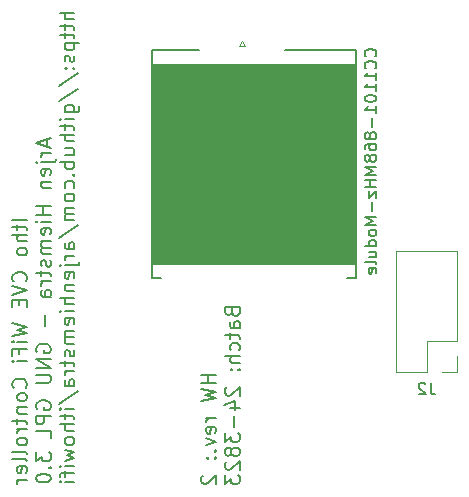
<source format=gbo>
G04 #@! TF.GenerationSoftware,KiCad,Pcbnew,7.0.7*
G04 #@! TF.CreationDate,2023-09-22T23:03:23+02:00*
G04 #@! TF.ProjectId,ithowifi_4l,6974686f-7769-4666-995f-346c2e6b6963,rev?*
G04 #@! TF.SameCoordinates,Original*
G04 #@! TF.FileFunction,Legend,Bot*
G04 #@! TF.FilePolarity,Positive*
%FSLAX46Y46*%
G04 Gerber Fmt 4.6, Leading zero omitted, Abs format (unit mm)*
G04 Created by KiCad (PCBNEW 7.0.7) date 2023-09-22 23:03:23*
%MOMM*%
%LPD*%
G01*
G04 APERTURE LIST*
%ADD10C,0.100000*%
%ADD11C,0.200000*%
%ADD12C,0.150000*%
%ADD13C,0.120000*%
G04 APERTURE END LIST*
D10*
X114808000Y-129997200D02*
X97561400Y-129997200D01*
X97536000Y-113030000D01*
X114808000Y-113030000D01*
X114808000Y-129997200D01*
G36*
X114808000Y-129997200D02*
G01*
X97561400Y-129997200D01*
X97536000Y-113030000D01*
X114808000Y-113030000D01*
X114808000Y-129997200D01*
G37*
D11*
X86951963Y-126225092D02*
X85705963Y-126225092D01*
X86121296Y-126640425D02*
X86121296Y-127115092D01*
X85705963Y-126818425D02*
X86773963Y-126818425D01*
X86773963Y-126818425D02*
X86892630Y-126877759D01*
X86892630Y-126877759D02*
X86951963Y-126996425D01*
X86951963Y-126996425D02*
X86951963Y-127115092D01*
X86951963Y-127530425D02*
X85705963Y-127530425D01*
X86951963Y-128064425D02*
X86299296Y-128064425D01*
X86299296Y-128064425D02*
X86180630Y-128005092D01*
X86180630Y-128005092D02*
X86121296Y-127886425D01*
X86121296Y-127886425D02*
X86121296Y-127708425D01*
X86121296Y-127708425D02*
X86180630Y-127589759D01*
X86180630Y-127589759D02*
X86239963Y-127530425D01*
X86951963Y-128835758D02*
X86892630Y-128717092D01*
X86892630Y-128717092D02*
X86833296Y-128657758D01*
X86833296Y-128657758D02*
X86714630Y-128598425D01*
X86714630Y-128598425D02*
X86358630Y-128598425D01*
X86358630Y-128598425D02*
X86239963Y-128657758D01*
X86239963Y-128657758D02*
X86180630Y-128717092D01*
X86180630Y-128717092D02*
X86121296Y-128835758D01*
X86121296Y-128835758D02*
X86121296Y-129013758D01*
X86121296Y-129013758D02*
X86180630Y-129132425D01*
X86180630Y-129132425D02*
X86239963Y-129191758D01*
X86239963Y-129191758D02*
X86358630Y-129251092D01*
X86358630Y-129251092D02*
X86714630Y-129251092D01*
X86714630Y-129251092D02*
X86833296Y-129191758D01*
X86833296Y-129191758D02*
X86892630Y-129132425D01*
X86892630Y-129132425D02*
X86951963Y-129013758D01*
X86951963Y-129013758D02*
X86951963Y-128835758D01*
X86833296Y-131446424D02*
X86892630Y-131387091D01*
X86892630Y-131387091D02*
X86951963Y-131209091D01*
X86951963Y-131209091D02*
X86951963Y-131090424D01*
X86951963Y-131090424D02*
X86892630Y-130912424D01*
X86892630Y-130912424D02*
X86773963Y-130793758D01*
X86773963Y-130793758D02*
X86655296Y-130734424D01*
X86655296Y-130734424D02*
X86417963Y-130675091D01*
X86417963Y-130675091D02*
X86239963Y-130675091D01*
X86239963Y-130675091D02*
X86002630Y-130734424D01*
X86002630Y-130734424D02*
X85883963Y-130793758D01*
X85883963Y-130793758D02*
X85765296Y-130912424D01*
X85765296Y-130912424D02*
X85705963Y-131090424D01*
X85705963Y-131090424D02*
X85705963Y-131209091D01*
X85705963Y-131209091D02*
X85765296Y-131387091D01*
X85765296Y-131387091D02*
X85824630Y-131446424D01*
X85705963Y-131802424D02*
X86951963Y-132217758D01*
X86951963Y-132217758D02*
X85705963Y-132633091D01*
X86299296Y-133048424D02*
X86299296Y-133463758D01*
X86951963Y-133641758D02*
X86951963Y-133048424D01*
X86951963Y-133048424D02*
X85705963Y-133048424D01*
X85705963Y-133048424D02*
X85705963Y-133641758D01*
X85705963Y-135006424D02*
X86951963Y-135303090D01*
X86951963Y-135303090D02*
X86061963Y-135540424D01*
X86061963Y-135540424D02*
X86951963Y-135777757D01*
X86951963Y-135777757D02*
X85705963Y-136074424D01*
X86951963Y-136549090D02*
X86121296Y-136549090D01*
X85705963Y-136549090D02*
X85765296Y-136489757D01*
X85765296Y-136489757D02*
X85824630Y-136549090D01*
X85824630Y-136549090D02*
X85765296Y-136608424D01*
X85765296Y-136608424D02*
X85705963Y-136549090D01*
X85705963Y-136549090D02*
X85824630Y-136549090D01*
X86299296Y-137557757D02*
X86299296Y-137142423D01*
X86951963Y-137142423D02*
X85705963Y-137142423D01*
X85705963Y-137142423D02*
X85705963Y-137735757D01*
X86951963Y-138210423D02*
X86121296Y-138210423D01*
X85705963Y-138210423D02*
X85765296Y-138151090D01*
X85765296Y-138151090D02*
X85824630Y-138210423D01*
X85824630Y-138210423D02*
X85765296Y-138269757D01*
X85765296Y-138269757D02*
X85705963Y-138210423D01*
X85705963Y-138210423D02*
X85824630Y-138210423D01*
X86833296Y-140465089D02*
X86892630Y-140405756D01*
X86892630Y-140405756D02*
X86951963Y-140227756D01*
X86951963Y-140227756D02*
X86951963Y-140109089D01*
X86951963Y-140109089D02*
X86892630Y-139931089D01*
X86892630Y-139931089D02*
X86773963Y-139812423D01*
X86773963Y-139812423D02*
X86655296Y-139753089D01*
X86655296Y-139753089D02*
X86417963Y-139693756D01*
X86417963Y-139693756D02*
X86239963Y-139693756D01*
X86239963Y-139693756D02*
X86002630Y-139753089D01*
X86002630Y-139753089D02*
X85883963Y-139812423D01*
X85883963Y-139812423D02*
X85765296Y-139931089D01*
X85765296Y-139931089D02*
X85705963Y-140109089D01*
X85705963Y-140109089D02*
X85705963Y-140227756D01*
X85705963Y-140227756D02*
X85765296Y-140405756D01*
X85765296Y-140405756D02*
X85824630Y-140465089D01*
X86951963Y-141177089D02*
X86892630Y-141058423D01*
X86892630Y-141058423D02*
X86833296Y-140999089D01*
X86833296Y-140999089D02*
X86714630Y-140939756D01*
X86714630Y-140939756D02*
X86358630Y-140939756D01*
X86358630Y-140939756D02*
X86239963Y-140999089D01*
X86239963Y-140999089D02*
X86180630Y-141058423D01*
X86180630Y-141058423D02*
X86121296Y-141177089D01*
X86121296Y-141177089D02*
X86121296Y-141355089D01*
X86121296Y-141355089D02*
X86180630Y-141473756D01*
X86180630Y-141473756D02*
X86239963Y-141533089D01*
X86239963Y-141533089D02*
X86358630Y-141592423D01*
X86358630Y-141592423D02*
X86714630Y-141592423D01*
X86714630Y-141592423D02*
X86833296Y-141533089D01*
X86833296Y-141533089D02*
X86892630Y-141473756D01*
X86892630Y-141473756D02*
X86951963Y-141355089D01*
X86951963Y-141355089D02*
X86951963Y-141177089D01*
X86121296Y-142126422D02*
X86951963Y-142126422D01*
X86239963Y-142126422D02*
X86180630Y-142185756D01*
X86180630Y-142185756D02*
X86121296Y-142304422D01*
X86121296Y-142304422D02*
X86121296Y-142482422D01*
X86121296Y-142482422D02*
X86180630Y-142601089D01*
X86180630Y-142601089D02*
X86299296Y-142660422D01*
X86299296Y-142660422D02*
X86951963Y-142660422D01*
X86121296Y-143075755D02*
X86121296Y-143550422D01*
X85705963Y-143253755D02*
X86773963Y-143253755D01*
X86773963Y-143253755D02*
X86892630Y-143313089D01*
X86892630Y-143313089D02*
X86951963Y-143431755D01*
X86951963Y-143431755D02*
X86951963Y-143550422D01*
X86951963Y-143965755D02*
X86121296Y-143965755D01*
X86358630Y-143965755D02*
X86239963Y-144025089D01*
X86239963Y-144025089D02*
X86180630Y-144084422D01*
X86180630Y-144084422D02*
X86121296Y-144203089D01*
X86121296Y-144203089D02*
X86121296Y-144321755D01*
X86951963Y-144915088D02*
X86892630Y-144796422D01*
X86892630Y-144796422D02*
X86833296Y-144737088D01*
X86833296Y-144737088D02*
X86714630Y-144677755D01*
X86714630Y-144677755D02*
X86358630Y-144677755D01*
X86358630Y-144677755D02*
X86239963Y-144737088D01*
X86239963Y-144737088D02*
X86180630Y-144796422D01*
X86180630Y-144796422D02*
X86121296Y-144915088D01*
X86121296Y-144915088D02*
X86121296Y-145093088D01*
X86121296Y-145093088D02*
X86180630Y-145211755D01*
X86180630Y-145211755D02*
X86239963Y-145271088D01*
X86239963Y-145271088D02*
X86358630Y-145330422D01*
X86358630Y-145330422D02*
X86714630Y-145330422D01*
X86714630Y-145330422D02*
X86833296Y-145271088D01*
X86833296Y-145271088D02*
X86892630Y-145211755D01*
X86892630Y-145211755D02*
X86951963Y-145093088D01*
X86951963Y-145093088D02*
X86951963Y-144915088D01*
X86951963Y-146042421D02*
X86892630Y-145923755D01*
X86892630Y-145923755D02*
X86773963Y-145864421D01*
X86773963Y-145864421D02*
X85705963Y-145864421D01*
X86951963Y-146695088D02*
X86892630Y-146576422D01*
X86892630Y-146576422D02*
X86773963Y-146517088D01*
X86773963Y-146517088D02*
X85705963Y-146517088D01*
X86892630Y-147644422D02*
X86951963Y-147525755D01*
X86951963Y-147525755D02*
X86951963Y-147288422D01*
X86951963Y-147288422D02*
X86892630Y-147169755D01*
X86892630Y-147169755D02*
X86773963Y-147110422D01*
X86773963Y-147110422D02*
X86299296Y-147110422D01*
X86299296Y-147110422D02*
X86180630Y-147169755D01*
X86180630Y-147169755D02*
X86121296Y-147288422D01*
X86121296Y-147288422D02*
X86121296Y-147525755D01*
X86121296Y-147525755D02*
X86180630Y-147644422D01*
X86180630Y-147644422D02*
X86299296Y-147703755D01*
X86299296Y-147703755D02*
X86417963Y-147703755D01*
X86417963Y-147703755D02*
X86536630Y-147110422D01*
X86951963Y-148237755D02*
X86121296Y-148237755D01*
X86358630Y-148237755D02*
X86239963Y-148297089D01*
X86239963Y-148297089D02*
X86180630Y-148356422D01*
X86180630Y-148356422D02*
X86121296Y-148475089D01*
X86121296Y-148475089D02*
X86121296Y-148593755D01*
X88602023Y-119461092D02*
X88602023Y-120054425D01*
X88958023Y-119342425D02*
X87712023Y-119757759D01*
X87712023Y-119757759D02*
X88958023Y-120173092D01*
X88958023Y-120588425D02*
X88127356Y-120588425D01*
X88364690Y-120588425D02*
X88246023Y-120647759D01*
X88246023Y-120647759D02*
X88186690Y-120707092D01*
X88186690Y-120707092D02*
X88127356Y-120825759D01*
X88127356Y-120825759D02*
X88127356Y-120944425D01*
X88127356Y-121359758D02*
X89195356Y-121359758D01*
X89195356Y-121359758D02*
X89314023Y-121300425D01*
X89314023Y-121300425D02*
X89373356Y-121181758D01*
X89373356Y-121181758D02*
X89373356Y-121122425D01*
X87712023Y-121359758D02*
X87771356Y-121300425D01*
X87771356Y-121300425D02*
X87830690Y-121359758D01*
X87830690Y-121359758D02*
X87771356Y-121419092D01*
X87771356Y-121419092D02*
X87712023Y-121359758D01*
X87712023Y-121359758D02*
X87830690Y-121359758D01*
X88898690Y-122427758D02*
X88958023Y-122309091D01*
X88958023Y-122309091D02*
X88958023Y-122071758D01*
X88958023Y-122071758D02*
X88898690Y-121953091D01*
X88898690Y-121953091D02*
X88780023Y-121893758D01*
X88780023Y-121893758D02*
X88305356Y-121893758D01*
X88305356Y-121893758D02*
X88186690Y-121953091D01*
X88186690Y-121953091D02*
X88127356Y-122071758D01*
X88127356Y-122071758D02*
X88127356Y-122309091D01*
X88127356Y-122309091D02*
X88186690Y-122427758D01*
X88186690Y-122427758D02*
X88305356Y-122487091D01*
X88305356Y-122487091D02*
X88424023Y-122487091D01*
X88424023Y-122487091D02*
X88542690Y-121893758D01*
X88127356Y-123021091D02*
X88958023Y-123021091D01*
X88246023Y-123021091D02*
X88186690Y-123080425D01*
X88186690Y-123080425D02*
X88127356Y-123199091D01*
X88127356Y-123199091D02*
X88127356Y-123377091D01*
X88127356Y-123377091D02*
X88186690Y-123495758D01*
X88186690Y-123495758D02*
X88305356Y-123555091D01*
X88305356Y-123555091D02*
X88958023Y-123555091D01*
X88958023Y-125097757D02*
X87712023Y-125097757D01*
X88305356Y-125097757D02*
X88305356Y-125809757D01*
X88958023Y-125809757D02*
X87712023Y-125809757D01*
X88958023Y-126403090D02*
X88127356Y-126403090D01*
X87712023Y-126403090D02*
X87771356Y-126343757D01*
X87771356Y-126343757D02*
X87830690Y-126403090D01*
X87830690Y-126403090D02*
X87771356Y-126462424D01*
X87771356Y-126462424D02*
X87712023Y-126403090D01*
X87712023Y-126403090D02*
X87830690Y-126403090D01*
X88898690Y-127471090D02*
X88958023Y-127352423D01*
X88958023Y-127352423D02*
X88958023Y-127115090D01*
X88958023Y-127115090D02*
X88898690Y-126996423D01*
X88898690Y-126996423D02*
X88780023Y-126937090D01*
X88780023Y-126937090D02*
X88305356Y-126937090D01*
X88305356Y-126937090D02*
X88186690Y-126996423D01*
X88186690Y-126996423D02*
X88127356Y-127115090D01*
X88127356Y-127115090D02*
X88127356Y-127352423D01*
X88127356Y-127352423D02*
X88186690Y-127471090D01*
X88186690Y-127471090D02*
X88305356Y-127530423D01*
X88305356Y-127530423D02*
X88424023Y-127530423D01*
X88424023Y-127530423D02*
X88542690Y-126937090D01*
X88958023Y-128064423D02*
X88127356Y-128064423D01*
X88246023Y-128064423D02*
X88186690Y-128123757D01*
X88186690Y-128123757D02*
X88127356Y-128242423D01*
X88127356Y-128242423D02*
X88127356Y-128420423D01*
X88127356Y-128420423D02*
X88186690Y-128539090D01*
X88186690Y-128539090D02*
X88305356Y-128598423D01*
X88305356Y-128598423D02*
X88958023Y-128598423D01*
X88305356Y-128598423D02*
X88186690Y-128657757D01*
X88186690Y-128657757D02*
X88127356Y-128776423D01*
X88127356Y-128776423D02*
X88127356Y-128954423D01*
X88127356Y-128954423D02*
X88186690Y-129073090D01*
X88186690Y-129073090D02*
X88305356Y-129132423D01*
X88305356Y-129132423D02*
X88958023Y-129132423D01*
X88898690Y-129666423D02*
X88958023Y-129785090D01*
X88958023Y-129785090D02*
X88958023Y-130022423D01*
X88958023Y-130022423D02*
X88898690Y-130141090D01*
X88898690Y-130141090D02*
X88780023Y-130200423D01*
X88780023Y-130200423D02*
X88720690Y-130200423D01*
X88720690Y-130200423D02*
X88602023Y-130141090D01*
X88602023Y-130141090D02*
X88542690Y-130022423D01*
X88542690Y-130022423D02*
X88542690Y-129844423D01*
X88542690Y-129844423D02*
X88483356Y-129725756D01*
X88483356Y-129725756D02*
X88364690Y-129666423D01*
X88364690Y-129666423D02*
X88305356Y-129666423D01*
X88305356Y-129666423D02*
X88186690Y-129725756D01*
X88186690Y-129725756D02*
X88127356Y-129844423D01*
X88127356Y-129844423D02*
X88127356Y-130022423D01*
X88127356Y-130022423D02*
X88186690Y-130141090D01*
X88127356Y-130556423D02*
X88127356Y-131031090D01*
X87712023Y-130734423D02*
X88780023Y-130734423D01*
X88780023Y-130734423D02*
X88898690Y-130793757D01*
X88898690Y-130793757D02*
X88958023Y-130912423D01*
X88958023Y-130912423D02*
X88958023Y-131031090D01*
X88958023Y-131446423D02*
X88127356Y-131446423D01*
X88364690Y-131446423D02*
X88246023Y-131505757D01*
X88246023Y-131505757D02*
X88186690Y-131565090D01*
X88186690Y-131565090D02*
X88127356Y-131683757D01*
X88127356Y-131683757D02*
X88127356Y-131802423D01*
X88958023Y-132751756D02*
X88305356Y-132751756D01*
X88305356Y-132751756D02*
X88186690Y-132692423D01*
X88186690Y-132692423D02*
X88127356Y-132573756D01*
X88127356Y-132573756D02*
X88127356Y-132336423D01*
X88127356Y-132336423D02*
X88186690Y-132217756D01*
X88898690Y-132751756D02*
X88958023Y-132633090D01*
X88958023Y-132633090D02*
X88958023Y-132336423D01*
X88958023Y-132336423D02*
X88898690Y-132217756D01*
X88898690Y-132217756D02*
X88780023Y-132158423D01*
X88780023Y-132158423D02*
X88661356Y-132158423D01*
X88661356Y-132158423D02*
X88542690Y-132217756D01*
X88542690Y-132217756D02*
X88483356Y-132336423D01*
X88483356Y-132336423D02*
X88483356Y-132633090D01*
X88483356Y-132633090D02*
X88424023Y-132751756D01*
X88483356Y-134294422D02*
X88483356Y-135243756D01*
X87771356Y-137439089D02*
X87712023Y-137320422D01*
X87712023Y-137320422D02*
X87712023Y-137142422D01*
X87712023Y-137142422D02*
X87771356Y-136964422D01*
X87771356Y-136964422D02*
X87890023Y-136845756D01*
X87890023Y-136845756D02*
X88008690Y-136786422D01*
X88008690Y-136786422D02*
X88246023Y-136727089D01*
X88246023Y-136727089D02*
X88424023Y-136727089D01*
X88424023Y-136727089D02*
X88661356Y-136786422D01*
X88661356Y-136786422D02*
X88780023Y-136845756D01*
X88780023Y-136845756D02*
X88898690Y-136964422D01*
X88898690Y-136964422D02*
X88958023Y-137142422D01*
X88958023Y-137142422D02*
X88958023Y-137261089D01*
X88958023Y-137261089D02*
X88898690Y-137439089D01*
X88898690Y-137439089D02*
X88839356Y-137498422D01*
X88839356Y-137498422D02*
X88424023Y-137498422D01*
X88424023Y-137498422D02*
X88424023Y-137261089D01*
X88958023Y-138032422D02*
X87712023Y-138032422D01*
X87712023Y-138032422D02*
X88958023Y-138744422D01*
X88958023Y-138744422D02*
X87712023Y-138744422D01*
X87712023Y-139337755D02*
X88720690Y-139337755D01*
X88720690Y-139337755D02*
X88839356Y-139397089D01*
X88839356Y-139397089D02*
X88898690Y-139456422D01*
X88898690Y-139456422D02*
X88958023Y-139575089D01*
X88958023Y-139575089D02*
X88958023Y-139812422D01*
X88958023Y-139812422D02*
X88898690Y-139931089D01*
X88898690Y-139931089D02*
X88839356Y-139990422D01*
X88839356Y-139990422D02*
X88720690Y-140049755D01*
X88720690Y-140049755D02*
X87712023Y-140049755D01*
X87771356Y-142245088D02*
X87712023Y-142126421D01*
X87712023Y-142126421D02*
X87712023Y-141948421D01*
X87712023Y-141948421D02*
X87771356Y-141770421D01*
X87771356Y-141770421D02*
X87890023Y-141651755D01*
X87890023Y-141651755D02*
X88008690Y-141592421D01*
X88008690Y-141592421D02*
X88246023Y-141533088D01*
X88246023Y-141533088D02*
X88424023Y-141533088D01*
X88424023Y-141533088D02*
X88661356Y-141592421D01*
X88661356Y-141592421D02*
X88780023Y-141651755D01*
X88780023Y-141651755D02*
X88898690Y-141770421D01*
X88898690Y-141770421D02*
X88958023Y-141948421D01*
X88958023Y-141948421D02*
X88958023Y-142067088D01*
X88958023Y-142067088D02*
X88898690Y-142245088D01*
X88898690Y-142245088D02*
X88839356Y-142304421D01*
X88839356Y-142304421D02*
X88424023Y-142304421D01*
X88424023Y-142304421D02*
X88424023Y-142067088D01*
X88958023Y-142838421D02*
X87712023Y-142838421D01*
X87712023Y-142838421D02*
X87712023Y-143313088D01*
X87712023Y-143313088D02*
X87771356Y-143431755D01*
X87771356Y-143431755D02*
X87830690Y-143491088D01*
X87830690Y-143491088D02*
X87949356Y-143550421D01*
X87949356Y-143550421D02*
X88127356Y-143550421D01*
X88127356Y-143550421D02*
X88246023Y-143491088D01*
X88246023Y-143491088D02*
X88305356Y-143431755D01*
X88305356Y-143431755D02*
X88364690Y-143313088D01*
X88364690Y-143313088D02*
X88364690Y-142838421D01*
X88958023Y-144677755D02*
X88958023Y-144084421D01*
X88958023Y-144084421D02*
X87712023Y-144084421D01*
X87712023Y-145923755D02*
X87712023Y-146695088D01*
X87712023Y-146695088D02*
X88186690Y-146279755D01*
X88186690Y-146279755D02*
X88186690Y-146457755D01*
X88186690Y-146457755D02*
X88246023Y-146576421D01*
X88246023Y-146576421D02*
X88305356Y-146635755D01*
X88305356Y-146635755D02*
X88424023Y-146695088D01*
X88424023Y-146695088D02*
X88720690Y-146695088D01*
X88720690Y-146695088D02*
X88839356Y-146635755D01*
X88839356Y-146635755D02*
X88898690Y-146576421D01*
X88898690Y-146576421D02*
X88958023Y-146457755D01*
X88958023Y-146457755D02*
X88958023Y-146101755D01*
X88958023Y-146101755D02*
X88898690Y-145983088D01*
X88898690Y-145983088D02*
X88839356Y-145923755D01*
X88839356Y-147229088D02*
X88898690Y-147288422D01*
X88898690Y-147288422D02*
X88958023Y-147229088D01*
X88958023Y-147229088D02*
X88898690Y-147169755D01*
X88898690Y-147169755D02*
X88839356Y-147229088D01*
X88839356Y-147229088D02*
X88958023Y-147229088D01*
X87712023Y-148059755D02*
X87712023Y-148178421D01*
X87712023Y-148178421D02*
X87771356Y-148297088D01*
X87771356Y-148297088D02*
X87830690Y-148356421D01*
X87830690Y-148356421D02*
X87949356Y-148415755D01*
X87949356Y-148415755D02*
X88186690Y-148475088D01*
X88186690Y-148475088D02*
X88483356Y-148475088D01*
X88483356Y-148475088D02*
X88720690Y-148415755D01*
X88720690Y-148415755D02*
X88839356Y-148356421D01*
X88839356Y-148356421D02*
X88898690Y-148297088D01*
X88898690Y-148297088D02*
X88958023Y-148178421D01*
X88958023Y-148178421D02*
X88958023Y-148059755D01*
X88958023Y-148059755D02*
X88898690Y-147941088D01*
X88898690Y-147941088D02*
X88839356Y-147881755D01*
X88839356Y-147881755D02*
X88720690Y-147822421D01*
X88720690Y-147822421D02*
X88483356Y-147763088D01*
X88483356Y-147763088D02*
X88186690Y-147763088D01*
X88186690Y-147763088D02*
X87949356Y-147822421D01*
X87949356Y-147822421D02*
X87830690Y-147881755D01*
X87830690Y-147881755D02*
X87771356Y-147941088D01*
X87771356Y-147941088D02*
X87712023Y-148059755D01*
X90964083Y-108721764D02*
X89718083Y-108721764D01*
X90964083Y-109255764D02*
X90311416Y-109255764D01*
X90311416Y-109255764D02*
X90192750Y-109196431D01*
X90192750Y-109196431D02*
X90133416Y-109077764D01*
X90133416Y-109077764D02*
X90133416Y-108899764D01*
X90133416Y-108899764D02*
X90192750Y-108781098D01*
X90192750Y-108781098D02*
X90252083Y-108721764D01*
X90133416Y-109671097D02*
X90133416Y-110145764D01*
X89718083Y-109849097D02*
X90786083Y-109849097D01*
X90786083Y-109849097D02*
X90904750Y-109908431D01*
X90904750Y-109908431D02*
X90964083Y-110027097D01*
X90964083Y-110027097D02*
X90964083Y-110145764D01*
X90133416Y-110383097D02*
X90133416Y-110857764D01*
X89718083Y-110561097D02*
X90786083Y-110561097D01*
X90786083Y-110561097D02*
X90904750Y-110620431D01*
X90904750Y-110620431D02*
X90964083Y-110739097D01*
X90964083Y-110739097D02*
X90964083Y-110857764D01*
X90133416Y-111273097D02*
X91379416Y-111273097D01*
X90192750Y-111273097D02*
X90133416Y-111391764D01*
X90133416Y-111391764D02*
X90133416Y-111629097D01*
X90133416Y-111629097D02*
X90192750Y-111747764D01*
X90192750Y-111747764D02*
X90252083Y-111807097D01*
X90252083Y-111807097D02*
X90370750Y-111866431D01*
X90370750Y-111866431D02*
X90726750Y-111866431D01*
X90726750Y-111866431D02*
X90845416Y-111807097D01*
X90845416Y-111807097D02*
X90904750Y-111747764D01*
X90904750Y-111747764D02*
X90964083Y-111629097D01*
X90964083Y-111629097D02*
X90964083Y-111391764D01*
X90964083Y-111391764D02*
X90904750Y-111273097D01*
X90904750Y-112341097D02*
X90964083Y-112459764D01*
X90964083Y-112459764D02*
X90964083Y-112697097D01*
X90964083Y-112697097D02*
X90904750Y-112815764D01*
X90904750Y-112815764D02*
X90786083Y-112875097D01*
X90786083Y-112875097D02*
X90726750Y-112875097D01*
X90726750Y-112875097D02*
X90608083Y-112815764D01*
X90608083Y-112815764D02*
X90548750Y-112697097D01*
X90548750Y-112697097D02*
X90548750Y-112519097D01*
X90548750Y-112519097D02*
X90489416Y-112400430D01*
X90489416Y-112400430D02*
X90370750Y-112341097D01*
X90370750Y-112341097D02*
X90311416Y-112341097D01*
X90311416Y-112341097D02*
X90192750Y-112400430D01*
X90192750Y-112400430D02*
X90133416Y-112519097D01*
X90133416Y-112519097D02*
X90133416Y-112697097D01*
X90133416Y-112697097D02*
X90192750Y-112815764D01*
X90845416Y-113409097D02*
X90904750Y-113468431D01*
X90904750Y-113468431D02*
X90964083Y-113409097D01*
X90964083Y-113409097D02*
X90904750Y-113349764D01*
X90904750Y-113349764D02*
X90845416Y-113409097D01*
X90845416Y-113409097D02*
X90964083Y-113409097D01*
X90192750Y-113409097D02*
X90252083Y-113468431D01*
X90252083Y-113468431D02*
X90311416Y-113409097D01*
X90311416Y-113409097D02*
X90252083Y-113349764D01*
X90252083Y-113349764D02*
X90192750Y-113409097D01*
X90192750Y-113409097D02*
X90311416Y-113409097D01*
X89658750Y-114892430D02*
X91260750Y-113824430D01*
X89658750Y-116197763D02*
X91260750Y-115129763D01*
X90133416Y-117147096D02*
X91142083Y-117147096D01*
X91142083Y-117147096D02*
X91260750Y-117087763D01*
X91260750Y-117087763D02*
X91320083Y-117028430D01*
X91320083Y-117028430D02*
X91379416Y-116909763D01*
X91379416Y-116909763D02*
X91379416Y-116731763D01*
X91379416Y-116731763D02*
X91320083Y-116613096D01*
X90904750Y-117147096D02*
X90964083Y-117028430D01*
X90964083Y-117028430D02*
X90964083Y-116791096D01*
X90964083Y-116791096D02*
X90904750Y-116672430D01*
X90904750Y-116672430D02*
X90845416Y-116613096D01*
X90845416Y-116613096D02*
X90726750Y-116553763D01*
X90726750Y-116553763D02*
X90370750Y-116553763D01*
X90370750Y-116553763D02*
X90252083Y-116613096D01*
X90252083Y-116613096D02*
X90192750Y-116672430D01*
X90192750Y-116672430D02*
X90133416Y-116791096D01*
X90133416Y-116791096D02*
X90133416Y-117028430D01*
X90133416Y-117028430D02*
X90192750Y-117147096D01*
X90964083Y-117740429D02*
X90133416Y-117740429D01*
X89718083Y-117740429D02*
X89777416Y-117681096D01*
X89777416Y-117681096D02*
X89836750Y-117740429D01*
X89836750Y-117740429D02*
X89777416Y-117799763D01*
X89777416Y-117799763D02*
X89718083Y-117740429D01*
X89718083Y-117740429D02*
X89836750Y-117740429D01*
X90133416Y-118155762D02*
X90133416Y-118630429D01*
X89718083Y-118333762D02*
X90786083Y-118333762D01*
X90786083Y-118333762D02*
X90904750Y-118393096D01*
X90904750Y-118393096D02*
X90964083Y-118511762D01*
X90964083Y-118511762D02*
X90964083Y-118630429D01*
X90964083Y-119045762D02*
X89718083Y-119045762D01*
X90964083Y-119579762D02*
X90311416Y-119579762D01*
X90311416Y-119579762D02*
X90192750Y-119520429D01*
X90192750Y-119520429D02*
X90133416Y-119401762D01*
X90133416Y-119401762D02*
X90133416Y-119223762D01*
X90133416Y-119223762D02*
X90192750Y-119105096D01*
X90192750Y-119105096D02*
X90252083Y-119045762D01*
X90133416Y-120707095D02*
X90964083Y-120707095D01*
X90133416Y-120173095D02*
X90786083Y-120173095D01*
X90786083Y-120173095D02*
X90904750Y-120232429D01*
X90904750Y-120232429D02*
X90964083Y-120351095D01*
X90964083Y-120351095D02*
X90964083Y-120529095D01*
X90964083Y-120529095D02*
X90904750Y-120647762D01*
X90904750Y-120647762D02*
X90845416Y-120707095D01*
X90964083Y-121300428D02*
X89718083Y-121300428D01*
X90192750Y-121300428D02*
X90133416Y-121419095D01*
X90133416Y-121419095D02*
X90133416Y-121656428D01*
X90133416Y-121656428D02*
X90192750Y-121775095D01*
X90192750Y-121775095D02*
X90252083Y-121834428D01*
X90252083Y-121834428D02*
X90370750Y-121893762D01*
X90370750Y-121893762D02*
X90726750Y-121893762D01*
X90726750Y-121893762D02*
X90845416Y-121834428D01*
X90845416Y-121834428D02*
X90904750Y-121775095D01*
X90904750Y-121775095D02*
X90964083Y-121656428D01*
X90964083Y-121656428D02*
X90964083Y-121419095D01*
X90964083Y-121419095D02*
X90904750Y-121300428D01*
X90845416Y-122427761D02*
X90904750Y-122487095D01*
X90904750Y-122487095D02*
X90964083Y-122427761D01*
X90964083Y-122427761D02*
X90904750Y-122368428D01*
X90904750Y-122368428D02*
X90845416Y-122427761D01*
X90845416Y-122427761D02*
X90964083Y-122427761D01*
X90904750Y-123555094D02*
X90964083Y-123436428D01*
X90964083Y-123436428D02*
X90964083Y-123199094D01*
X90964083Y-123199094D02*
X90904750Y-123080428D01*
X90904750Y-123080428D02*
X90845416Y-123021094D01*
X90845416Y-123021094D02*
X90726750Y-122961761D01*
X90726750Y-122961761D02*
X90370750Y-122961761D01*
X90370750Y-122961761D02*
X90252083Y-123021094D01*
X90252083Y-123021094D02*
X90192750Y-123080428D01*
X90192750Y-123080428D02*
X90133416Y-123199094D01*
X90133416Y-123199094D02*
X90133416Y-123436428D01*
X90133416Y-123436428D02*
X90192750Y-123555094D01*
X90964083Y-124267094D02*
X90904750Y-124148428D01*
X90904750Y-124148428D02*
X90845416Y-124089094D01*
X90845416Y-124089094D02*
X90726750Y-124029761D01*
X90726750Y-124029761D02*
X90370750Y-124029761D01*
X90370750Y-124029761D02*
X90252083Y-124089094D01*
X90252083Y-124089094D02*
X90192750Y-124148428D01*
X90192750Y-124148428D02*
X90133416Y-124267094D01*
X90133416Y-124267094D02*
X90133416Y-124445094D01*
X90133416Y-124445094D02*
X90192750Y-124563761D01*
X90192750Y-124563761D02*
X90252083Y-124623094D01*
X90252083Y-124623094D02*
X90370750Y-124682428D01*
X90370750Y-124682428D02*
X90726750Y-124682428D01*
X90726750Y-124682428D02*
X90845416Y-124623094D01*
X90845416Y-124623094D02*
X90904750Y-124563761D01*
X90904750Y-124563761D02*
X90964083Y-124445094D01*
X90964083Y-124445094D02*
X90964083Y-124267094D01*
X90964083Y-125216427D02*
X90133416Y-125216427D01*
X90252083Y-125216427D02*
X90192750Y-125275761D01*
X90192750Y-125275761D02*
X90133416Y-125394427D01*
X90133416Y-125394427D02*
X90133416Y-125572427D01*
X90133416Y-125572427D02*
X90192750Y-125691094D01*
X90192750Y-125691094D02*
X90311416Y-125750427D01*
X90311416Y-125750427D02*
X90964083Y-125750427D01*
X90311416Y-125750427D02*
X90192750Y-125809761D01*
X90192750Y-125809761D02*
X90133416Y-125928427D01*
X90133416Y-125928427D02*
X90133416Y-126106427D01*
X90133416Y-126106427D02*
X90192750Y-126225094D01*
X90192750Y-126225094D02*
X90311416Y-126284427D01*
X90311416Y-126284427D02*
X90964083Y-126284427D01*
X89658750Y-127767760D02*
X91260750Y-126699760D01*
X90964083Y-128717093D02*
X90311416Y-128717093D01*
X90311416Y-128717093D02*
X90192750Y-128657760D01*
X90192750Y-128657760D02*
X90133416Y-128539093D01*
X90133416Y-128539093D02*
X90133416Y-128301760D01*
X90133416Y-128301760D02*
X90192750Y-128183093D01*
X90904750Y-128717093D02*
X90964083Y-128598427D01*
X90964083Y-128598427D02*
X90964083Y-128301760D01*
X90964083Y-128301760D02*
X90904750Y-128183093D01*
X90904750Y-128183093D02*
X90786083Y-128123760D01*
X90786083Y-128123760D02*
X90667416Y-128123760D01*
X90667416Y-128123760D02*
X90548750Y-128183093D01*
X90548750Y-128183093D02*
X90489416Y-128301760D01*
X90489416Y-128301760D02*
X90489416Y-128598427D01*
X90489416Y-128598427D02*
X90430083Y-128717093D01*
X90964083Y-129310426D02*
X90133416Y-129310426D01*
X90370750Y-129310426D02*
X90252083Y-129369760D01*
X90252083Y-129369760D02*
X90192750Y-129429093D01*
X90192750Y-129429093D02*
X90133416Y-129547760D01*
X90133416Y-129547760D02*
X90133416Y-129666426D01*
X90133416Y-130081759D02*
X91201416Y-130081759D01*
X91201416Y-130081759D02*
X91320083Y-130022426D01*
X91320083Y-130022426D02*
X91379416Y-129903759D01*
X91379416Y-129903759D02*
X91379416Y-129844426D01*
X89718083Y-130081759D02*
X89777416Y-130022426D01*
X89777416Y-130022426D02*
X89836750Y-130081759D01*
X89836750Y-130081759D02*
X89777416Y-130141093D01*
X89777416Y-130141093D02*
X89718083Y-130081759D01*
X89718083Y-130081759D02*
X89836750Y-130081759D01*
X90904750Y-131149759D02*
X90964083Y-131031092D01*
X90964083Y-131031092D02*
X90964083Y-130793759D01*
X90964083Y-130793759D02*
X90904750Y-130675092D01*
X90904750Y-130675092D02*
X90786083Y-130615759D01*
X90786083Y-130615759D02*
X90311416Y-130615759D01*
X90311416Y-130615759D02*
X90192750Y-130675092D01*
X90192750Y-130675092D02*
X90133416Y-130793759D01*
X90133416Y-130793759D02*
X90133416Y-131031092D01*
X90133416Y-131031092D02*
X90192750Y-131149759D01*
X90192750Y-131149759D02*
X90311416Y-131209092D01*
X90311416Y-131209092D02*
X90430083Y-131209092D01*
X90430083Y-131209092D02*
X90548750Y-130615759D01*
X90133416Y-131743092D02*
X90964083Y-131743092D01*
X90252083Y-131743092D02*
X90192750Y-131802426D01*
X90192750Y-131802426D02*
X90133416Y-131921092D01*
X90133416Y-131921092D02*
X90133416Y-132099092D01*
X90133416Y-132099092D02*
X90192750Y-132217759D01*
X90192750Y-132217759D02*
X90311416Y-132277092D01*
X90311416Y-132277092D02*
X90964083Y-132277092D01*
X90964083Y-132870425D02*
X89718083Y-132870425D01*
X90964083Y-133404425D02*
X90311416Y-133404425D01*
X90311416Y-133404425D02*
X90192750Y-133345092D01*
X90192750Y-133345092D02*
X90133416Y-133226425D01*
X90133416Y-133226425D02*
X90133416Y-133048425D01*
X90133416Y-133048425D02*
X90192750Y-132929759D01*
X90192750Y-132929759D02*
X90252083Y-132870425D01*
X90964083Y-133997758D02*
X90133416Y-133997758D01*
X89718083Y-133997758D02*
X89777416Y-133938425D01*
X89777416Y-133938425D02*
X89836750Y-133997758D01*
X89836750Y-133997758D02*
X89777416Y-134057092D01*
X89777416Y-134057092D02*
X89718083Y-133997758D01*
X89718083Y-133997758D02*
X89836750Y-133997758D01*
X90904750Y-135065758D02*
X90964083Y-134947091D01*
X90964083Y-134947091D02*
X90964083Y-134709758D01*
X90964083Y-134709758D02*
X90904750Y-134591091D01*
X90904750Y-134591091D02*
X90786083Y-134531758D01*
X90786083Y-134531758D02*
X90311416Y-134531758D01*
X90311416Y-134531758D02*
X90192750Y-134591091D01*
X90192750Y-134591091D02*
X90133416Y-134709758D01*
X90133416Y-134709758D02*
X90133416Y-134947091D01*
X90133416Y-134947091D02*
X90192750Y-135065758D01*
X90192750Y-135065758D02*
X90311416Y-135125091D01*
X90311416Y-135125091D02*
X90430083Y-135125091D01*
X90430083Y-135125091D02*
X90548750Y-134531758D01*
X90964083Y-135659091D02*
X90133416Y-135659091D01*
X90252083Y-135659091D02*
X90192750Y-135718425D01*
X90192750Y-135718425D02*
X90133416Y-135837091D01*
X90133416Y-135837091D02*
X90133416Y-136015091D01*
X90133416Y-136015091D02*
X90192750Y-136133758D01*
X90192750Y-136133758D02*
X90311416Y-136193091D01*
X90311416Y-136193091D02*
X90964083Y-136193091D01*
X90311416Y-136193091D02*
X90192750Y-136252425D01*
X90192750Y-136252425D02*
X90133416Y-136371091D01*
X90133416Y-136371091D02*
X90133416Y-136549091D01*
X90133416Y-136549091D02*
X90192750Y-136667758D01*
X90192750Y-136667758D02*
X90311416Y-136727091D01*
X90311416Y-136727091D02*
X90964083Y-136727091D01*
X90904750Y-137261091D02*
X90964083Y-137379758D01*
X90964083Y-137379758D02*
X90964083Y-137617091D01*
X90964083Y-137617091D02*
X90904750Y-137735758D01*
X90904750Y-137735758D02*
X90786083Y-137795091D01*
X90786083Y-137795091D02*
X90726750Y-137795091D01*
X90726750Y-137795091D02*
X90608083Y-137735758D01*
X90608083Y-137735758D02*
X90548750Y-137617091D01*
X90548750Y-137617091D02*
X90548750Y-137439091D01*
X90548750Y-137439091D02*
X90489416Y-137320424D01*
X90489416Y-137320424D02*
X90370750Y-137261091D01*
X90370750Y-137261091D02*
X90311416Y-137261091D01*
X90311416Y-137261091D02*
X90192750Y-137320424D01*
X90192750Y-137320424D02*
X90133416Y-137439091D01*
X90133416Y-137439091D02*
X90133416Y-137617091D01*
X90133416Y-137617091D02*
X90192750Y-137735758D01*
X90133416Y-138151091D02*
X90133416Y-138625758D01*
X89718083Y-138329091D02*
X90786083Y-138329091D01*
X90786083Y-138329091D02*
X90904750Y-138388425D01*
X90904750Y-138388425D02*
X90964083Y-138507091D01*
X90964083Y-138507091D02*
X90964083Y-138625758D01*
X90964083Y-139041091D02*
X90133416Y-139041091D01*
X90370750Y-139041091D02*
X90252083Y-139100425D01*
X90252083Y-139100425D02*
X90192750Y-139159758D01*
X90192750Y-139159758D02*
X90133416Y-139278425D01*
X90133416Y-139278425D02*
X90133416Y-139397091D01*
X90964083Y-140346424D02*
X90311416Y-140346424D01*
X90311416Y-140346424D02*
X90192750Y-140287091D01*
X90192750Y-140287091D02*
X90133416Y-140168424D01*
X90133416Y-140168424D02*
X90133416Y-139931091D01*
X90133416Y-139931091D02*
X90192750Y-139812424D01*
X90904750Y-140346424D02*
X90964083Y-140227758D01*
X90964083Y-140227758D02*
X90964083Y-139931091D01*
X90964083Y-139931091D02*
X90904750Y-139812424D01*
X90904750Y-139812424D02*
X90786083Y-139753091D01*
X90786083Y-139753091D02*
X90667416Y-139753091D01*
X90667416Y-139753091D02*
X90548750Y-139812424D01*
X90548750Y-139812424D02*
X90489416Y-139931091D01*
X90489416Y-139931091D02*
X90489416Y-140227758D01*
X90489416Y-140227758D02*
X90430083Y-140346424D01*
X89658750Y-141829757D02*
X91260750Y-140761757D01*
X90964083Y-142245090D02*
X90133416Y-142245090D01*
X89718083Y-142245090D02*
X89777416Y-142185757D01*
X89777416Y-142185757D02*
X89836750Y-142245090D01*
X89836750Y-142245090D02*
X89777416Y-142304424D01*
X89777416Y-142304424D02*
X89718083Y-142245090D01*
X89718083Y-142245090D02*
X89836750Y-142245090D01*
X90133416Y-142660423D02*
X90133416Y-143135090D01*
X89718083Y-142838423D02*
X90786083Y-142838423D01*
X90786083Y-142838423D02*
X90904750Y-142897757D01*
X90904750Y-142897757D02*
X90964083Y-143016423D01*
X90964083Y-143016423D02*
X90964083Y-143135090D01*
X90964083Y-143550423D02*
X89718083Y-143550423D01*
X90964083Y-144084423D02*
X90311416Y-144084423D01*
X90311416Y-144084423D02*
X90192750Y-144025090D01*
X90192750Y-144025090D02*
X90133416Y-143906423D01*
X90133416Y-143906423D02*
X90133416Y-143728423D01*
X90133416Y-143728423D02*
X90192750Y-143609757D01*
X90192750Y-143609757D02*
X90252083Y-143550423D01*
X90964083Y-144855756D02*
X90904750Y-144737090D01*
X90904750Y-144737090D02*
X90845416Y-144677756D01*
X90845416Y-144677756D02*
X90726750Y-144618423D01*
X90726750Y-144618423D02*
X90370750Y-144618423D01*
X90370750Y-144618423D02*
X90252083Y-144677756D01*
X90252083Y-144677756D02*
X90192750Y-144737090D01*
X90192750Y-144737090D02*
X90133416Y-144855756D01*
X90133416Y-144855756D02*
X90133416Y-145033756D01*
X90133416Y-145033756D02*
X90192750Y-145152423D01*
X90192750Y-145152423D02*
X90252083Y-145211756D01*
X90252083Y-145211756D02*
X90370750Y-145271090D01*
X90370750Y-145271090D02*
X90726750Y-145271090D01*
X90726750Y-145271090D02*
X90845416Y-145211756D01*
X90845416Y-145211756D02*
X90904750Y-145152423D01*
X90904750Y-145152423D02*
X90964083Y-145033756D01*
X90964083Y-145033756D02*
X90964083Y-144855756D01*
X90133416Y-145686423D02*
X90964083Y-145923756D01*
X90964083Y-145923756D02*
X90370750Y-146161089D01*
X90370750Y-146161089D02*
X90964083Y-146398423D01*
X90964083Y-146398423D02*
X90133416Y-146635756D01*
X90964083Y-147110422D02*
X90133416Y-147110422D01*
X89718083Y-147110422D02*
X89777416Y-147051089D01*
X89777416Y-147051089D02*
X89836750Y-147110422D01*
X89836750Y-147110422D02*
X89777416Y-147169756D01*
X89777416Y-147169756D02*
X89718083Y-147110422D01*
X89718083Y-147110422D02*
X89836750Y-147110422D01*
X90133416Y-147525755D02*
X90133416Y-148000422D01*
X90964083Y-147703755D02*
X89896083Y-147703755D01*
X89896083Y-147703755D02*
X89777416Y-147763089D01*
X89777416Y-147763089D02*
X89718083Y-147881755D01*
X89718083Y-147881755D02*
X89718083Y-148000422D01*
X90964083Y-148415755D02*
X90133416Y-148415755D01*
X89718083Y-148415755D02*
X89777416Y-148356422D01*
X89777416Y-148356422D02*
X89836750Y-148415755D01*
X89836750Y-148415755D02*
X89777416Y-148475089D01*
X89777416Y-148475089D02*
X89718083Y-148415755D01*
X89718083Y-148415755D02*
X89836750Y-148415755D01*
X102940993Y-139346090D02*
X101694993Y-139346090D01*
X102288326Y-139346090D02*
X102288326Y-140058090D01*
X102940993Y-140058090D02*
X101694993Y-140058090D01*
X101694993Y-140532757D02*
X102940993Y-140829423D01*
X102940993Y-140829423D02*
X102050993Y-141066757D01*
X102050993Y-141066757D02*
X102940993Y-141304090D01*
X102940993Y-141304090D02*
X101694993Y-141600757D01*
X102940993Y-143024756D02*
X102110326Y-143024756D01*
X102347660Y-143024756D02*
X102228993Y-143084090D01*
X102228993Y-143084090D02*
X102169660Y-143143423D01*
X102169660Y-143143423D02*
X102110326Y-143262090D01*
X102110326Y-143262090D02*
X102110326Y-143380756D01*
X102881660Y-144270756D02*
X102940993Y-144152089D01*
X102940993Y-144152089D02*
X102940993Y-143914756D01*
X102940993Y-143914756D02*
X102881660Y-143796089D01*
X102881660Y-143796089D02*
X102762993Y-143736756D01*
X102762993Y-143736756D02*
X102288326Y-143736756D01*
X102288326Y-143736756D02*
X102169660Y-143796089D01*
X102169660Y-143796089D02*
X102110326Y-143914756D01*
X102110326Y-143914756D02*
X102110326Y-144152089D01*
X102110326Y-144152089D02*
X102169660Y-144270756D01*
X102169660Y-144270756D02*
X102288326Y-144330089D01*
X102288326Y-144330089D02*
X102406993Y-144330089D01*
X102406993Y-144330089D02*
X102525660Y-143736756D01*
X102110326Y-144745423D02*
X102940993Y-145042089D01*
X102940993Y-145042089D02*
X102110326Y-145338756D01*
X102822326Y-145813422D02*
X102881660Y-145872756D01*
X102881660Y-145872756D02*
X102940993Y-145813422D01*
X102940993Y-145813422D02*
X102881660Y-145754089D01*
X102881660Y-145754089D02*
X102822326Y-145813422D01*
X102822326Y-145813422D02*
X102940993Y-145813422D01*
X102822326Y-146406755D02*
X102881660Y-146466089D01*
X102881660Y-146466089D02*
X102940993Y-146406755D01*
X102940993Y-146406755D02*
X102881660Y-146347422D01*
X102881660Y-146347422D02*
X102822326Y-146406755D01*
X102822326Y-146406755D02*
X102940993Y-146406755D01*
X102169660Y-146406755D02*
X102228993Y-146466089D01*
X102228993Y-146466089D02*
X102288326Y-146406755D01*
X102288326Y-146406755D02*
X102228993Y-146347422D01*
X102228993Y-146347422D02*
X102169660Y-146406755D01*
X102169660Y-146406755D02*
X102288326Y-146406755D01*
X101813660Y-147890088D02*
X101754326Y-147949421D01*
X101754326Y-147949421D02*
X101694993Y-148068088D01*
X101694993Y-148068088D02*
X101694993Y-148364755D01*
X101694993Y-148364755D02*
X101754326Y-148483421D01*
X101754326Y-148483421D02*
X101813660Y-148542755D01*
X101813660Y-148542755D02*
X101932326Y-148602088D01*
X101932326Y-148602088D02*
X102050993Y-148602088D01*
X102050993Y-148602088D02*
X102228993Y-148542755D01*
X102228993Y-148542755D02*
X102940993Y-147830755D01*
X102940993Y-147830755D02*
X102940993Y-148602088D01*
X104294386Y-134065421D02*
X104353720Y-134243421D01*
X104353720Y-134243421D02*
X104413053Y-134302754D01*
X104413053Y-134302754D02*
X104531720Y-134362087D01*
X104531720Y-134362087D02*
X104709720Y-134362087D01*
X104709720Y-134362087D02*
X104828386Y-134302754D01*
X104828386Y-134302754D02*
X104887720Y-134243421D01*
X104887720Y-134243421D02*
X104947053Y-134124754D01*
X104947053Y-134124754D02*
X104947053Y-133650087D01*
X104947053Y-133650087D02*
X103701053Y-133650087D01*
X103701053Y-133650087D02*
X103701053Y-134065421D01*
X103701053Y-134065421D02*
X103760386Y-134184087D01*
X103760386Y-134184087D02*
X103819720Y-134243421D01*
X103819720Y-134243421D02*
X103938386Y-134302754D01*
X103938386Y-134302754D02*
X104057053Y-134302754D01*
X104057053Y-134302754D02*
X104175720Y-134243421D01*
X104175720Y-134243421D02*
X104235053Y-134184087D01*
X104235053Y-134184087D02*
X104294386Y-134065421D01*
X104294386Y-134065421D02*
X104294386Y-133650087D01*
X104947053Y-135430087D02*
X104294386Y-135430087D01*
X104294386Y-135430087D02*
X104175720Y-135370754D01*
X104175720Y-135370754D02*
X104116386Y-135252087D01*
X104116386Y-135252087D02*
X104116386Y-135014754D01*
X104116386Y-135014754D02*
X104175720Y-134896087D01*
X104887720Y-135430087D02*
X104947053Y-135311421D01*
X104947053Y-135311421D02*
X104947053Y-135014754D01*
X104947053Y-135014754D02*
X104887720Y-134896087D01*
X104887720Y-134896087D02*
X104769053Y-134836754D01*
X104769053Y-134836754D02*
X104650386Y-134836754D01*
X104650386Y-134836754D02*
X104531720Y-134896087D01*
X104531720Y-134896087D02*
X104472386Y-135014754D01*
X104472386Y-135014754D02*
X104472386Y-135311421D01*
X104472386Y-135311421D02*
X104413053Y-135430087D01*
X104116386Y-135845420D02*
X104116386Y-136320087D01*
X103701053Y-136023420D02*
X104769053Y-136023420D01*
X104769053Y-136023420D02*
X104887720Y-136082754D01*
X104887720Y-136082754D02*
X104947053Y-136201420D01*
X104947053Y-136201420D02*
X104947053Y-136320087D01*
X104887720Y-137269420D02*
X104947053Y-137150754D01*
X104947053Y-137150754D02*
X104947053Y-136913420D01*
X104947053Y-136913420D02*
X104887720Y-136794754D01*
X104887720Y-136794754D02*
X104828386Y-136735420D01*
X104828386Y-136735420D02*
X104709720Y-136676087D01*
X104709720Y-136676087D02*
X104353720Y-136676087D01*
X104353720Y-136676087D02*
X104235053Y-136735420D01*
X104235053Y-136735420D02*
X104175720Y-136794754D01*
X104175720Y-136794754D02*
X104116386Y-136913420D01*
X104116386Y-136913420D02*
X104116386Y-137150754D01*
X104116386Y-137150754D02*
X104175720Y-137269420D01*
X104947053Y-137803420D02*
X103701053Y-137803420D01*
X104947053Y-138337420D02*
X104294386Y-138337420D01*
X104294386Y-138337420D02*
X104175720Y-138278087D01*
X104175720Y-138278087D02*
X104116386Y-138159420D01*
X104116386Y-138159420D02*
X104116386Y-137981420D01*
X104116386Y-137981420D02*
X104175720Y-137862754D01*
X104175720Y-137862754D02*
X104235053Y-137803420D01*
X104828386Y-138930753D02*
X104887720Y-138990087D01*
X104887720Y-138990087D02*
X104947053Y-138930753D01*
X104947053Y-138930753D02*
X104887720Y-138871420D01*
X104887720Y-138871420D02*
X104828386Y-138930753D01*
X104828386Y-138930753D02*
X104947053Y-138930753D01*
X104175720Y-138930753D02*
X104235053Y-138990087D01*
X104235053Y-138990087D02*
X104294386Y-138930753D01*
X104294386Y-138930753D02*
X104235053Y-138871420D01*
X104235053Y-138871420D02*
X104175720Y-138930753D01*
X104175720Y-138930753D02*
X104294386Y-138930753D01*
X103819720Y-140414086D02*
X103760386Y-140473419D01*
X103760386Y-140473419D02*
X103701053Y-140592086D01*
X103701053Y-140592086D02*
X103701053Y-140888753D01*
X103701053Y-140888753D02*
X103760386Y-141007419D01*
X103760386Y-141007419D02*
X103819720Y-141066753D01*
X103819720Y-141066753D02*
X103938386Y-141126086D01*
X103938386Y-141126086D02*
X104057053Y-141126086D01*
X104057053Y-141126086D02*
X104235053Y-141066753D01*
X104235053Y-141066753D02*
X104947053Y-140354753D01*
X104947053Y-140354753D02*
X104947053Y-141126086D01*
X104116386Y-142194086D02*
X104947053Y-142194086D01*
X103641720Y-141897420D02*
X104531720Y-141600753D01*
X104531720Y-141600753D02*
X104531720Y-142372086D01*
X104472386Y-142846753D02*
X104472386Y-143796087D01*
X103701053Y-144270754D02*
X103701053Y-145042087D01*
X103701053Y-145042087D02*
X104175720Y-144626754D01*
X104175720Y-144626754D02*
X104175720Y-144804754D01*
X104175720Y-144804754D02*
X104235053Y-144923420D01*
X104235053Y-144923420D02*
X104294386Y-144982754D01*
X104294386Y-144982754D02*
X104413053Y-145042087D01*
X104413053Y-145042087D02*
X104709720Y-145042087D01*
X104709720Y-145042087D02*
X104828386Y-144982754D01*
X104828386Y-144982754D02*
X104887720Y-144923420D01*
X104887720Y-144923420D02*
X104947053Y-144804754D01*
X104947053Y-144804754D02*
X104947053Y-144448754D01*
X104947053Y-144448754D02*
X104887720Y-144330087D01*
X104887720Y-144330087D02*
X104828386Y-144270754D01*
X104235053Y-145754087D02*
X104175720Y-145635421D01*
X104175720Y-145635421D02*
X104116386Y-145576087D01*
X104116386Y-145576087D02*
X103997720Y-145516754D01*
X103997720Y-145516754D02*
X103938386Y-145516754D01*
X103938386Y-145516754D02*
X103819720Y-145576087D01*
X103819720Y-145576087D02*
X103760386Y-145635421D01*
X103760386Y-145635421D02*
X103701053Y-145754087D01*
X103701053Y-145754087D02*
X103701053Y-145991421D01*
X103701053Y-145991421D02*
X103760386Y-146110087D01*
X103760386Y-146110087D02*
X103819720Y-146169421D01*
X103819720Y-146169421D02*
X103938386Y-146228754D01*
X103938386Y-146228754D02*
X103997720Y-146228754D01*
X103997720Y-146228754D02*
X104116386Y-146169421D01*
X104116386Y-146169421D02*
X104175720Y-146110087D01*
X104175720Y-146110087D02*
X104235053Y-145991421D01*
X104235053Y-145991421D02*
X104235053Y-145754087D01*
X104235053Y-145754087D02*
X104294386Y-145635421D01*
X104294386Y-145635421D02*
X104353720Y-145576087D01*
X104353720Y-145576087D02*
X104472386Y-145516754D01*
X104472386Y-145516754D02*
X104709720Y-145516754D01*
X104709720Y-145516754D02*
X104828386Y-145576087D01*
X104828386Y-145576087D02*
X104887720Y-145635421D01*
X104887720Y-145635421D02*
X104947053Y-145754087D01*
X104947053Y-145754087D02*
X104947053Y-145991421D01*
X104947053Y-145991421D02*
X104887720Y-146110087D01*
X104887720Y-146110087D02*
X104828386Y-146169421D01*
X104828386Y-146169421D02*
X104709720Y-146228754D01*
X104709720Y-146228754D02*
X104472386Y-146228754D01*
X104472386Y-146228754D02*
X104353720Y-146169421D01*
X104353720Y-146169421D02*
X104294386Y-146110087D01*
X104294386Y-146110087D02*
X104235053Y-145991421D01*
X103819720Y-146703421D02*
X103760386Y-146762754D01*
X103760386Y-146762754D02*
X103701053Y-146881421D01*
X103701053Y-146881421D02*
X103701053Y-147178088D01*
X103701053Y-147178088D02*
X103760386Y-147296754D01*
X103760386Y-147296754D02*
X103819720Y-147356088D01*
X103819720Y-147356088D02*
X103938386Y-147415421D01*
X103938386Y-147415421D02*
X104057053Y-147415421D01*
X104057053Y-147415421D02*
X104235053Y-147356088D01*
X104235053Y-147356088D02*
X104947053Y-146644088D01*
X104947053Y-146644088D02*
X104947053Y-147415421D01*
X103701053Y-147830755D02*
X103701053Y-148602088D01*
X103701053Y-148602088D02*
X104175720Y-148186755D01*
X104175720Y-148186755D02*
X104175720Y-148364755D01*
X104175720Y-148364755D02*
X104235053Y-148483421D01*
X104235053Y-148483421D02*
X104294386Y-148542755D01*
X104294386Y-148542755D02*
X104413053Y-148602088D01*
X104413053Y-148602088D02*
X104709720Y-148602088D01*
X104709720Y-148602088D02*
X104828386Y-148542755D01*
X104828386Y-148542755D02*
X104887720Y-148483421D01*
X104887720Y-148483421D02*
X104947053Y-148364755D01*
X104947053Y-148364755D02*
X104947053Y-148008755D01*
X104947053Y-148008755D02*
X104887720Y-147890088D01*
X104887720Y-147890088D02*
X104828386Y-147830755D01*
D12*
X121110333Y-140019819D02*
X121110333Y-140734104D01*
X121110333Y-140734104D02*
X121157952Y-140876961D01*
X121157952Y-140876961D02*
X121253190Y-140972200D01*
X121253190Y-140972200D02*
X121396047Y-141019819D01*
X121396047Y-141019819D02*
X121491285Y-141019819D01*
X120681761Y-140115057D02*
X120634142Y-140067438D01*
X120634142Y-140067438D02*
X120538904Y-140019819D01*
X120538904Y-140019819D02*
X120300809Y-140019819D01*
X120300809Y-140019819D02*
X120205571Y-140067438D01*
X120205571Y-140067438D02*
X120157952Y-140115057D01*
X120157952Y-140115057D02*
X120110333Y-140210295D01*
X120110333Y-140210295D02*
X120110333Y-140305533D01*
X120110333Y-140305533D02*
X120157952Y-140448390D01*
X120157952Y-140448390D02*
X120729380Y-141019819D01*
X120729380Y-141019819D02*
X120110333Y-141019819D01*
X116437580Y-112404047D02*
X116485200Y-112356428D01*
X116485200Y-112356428D02*
X116532819Y-112213571D01*
X116532819Y-112213571D02*
X116532819Y-112118333D01*
X116532819Y-112118333D02*
X116485200Y-111975476D01*
X116485200Y-111975476D02*
X116389961Y-111880238D01*
X116389961Y-111880238D02*
X116294723Y-111832619D01*
X116294723Y-111832619D02*
X116104247Y-111785000D01*
X116104247Y-111785000D02*
X115961390Y-111785000D01*
X115961390Y-111785000D02*
X115770914Y-111832619D01*
X115770914Y-111832619D02*
X115675676Y-111880238D01*
X115675676Y-111880238D02*
X115580438Y-111975476D01*
X115580438Y-111975476D02*
X115532819Y-112118333D01*
X115532819Y-112118333D02*
X115532819Y-112213571D01*
X115532819Y-112213571D02*
X115580438Y-112356428D01*
X115580438Y-112356428D02*
X115628057Y-112404047D01*
X116437580Y-113404047D02*
X116485200Y-113356428D01*
X116485200Y-113356428D02*
X116532819Y-113213571D01*
X116532819Y-113213571D02*
X116532819Y-113118333D01*
X116532819Y-113118333D02*
X116485200Y-112975476D01*
X116485200Y-112975476D02*
X116389961Y-112880238D01*
X116389961Y-112880238D02*
X116294723Y-112832619D01*
X116294723Y-112832619D02*
X116104247Y-112785000D01*
X116104247Y-112785000D02*
X115961390Y-112785000D01*
X115961390Y-112785000D02*
X115770914Y-112832619D01*
X115770914Y-112832619D02*
X115675676Y-112880238D01*
X115675676Y-112880238D02*
X115580438Y-112975476D01*
X115580438Y-112975476D02*
X115532819Y-113118333D01*
X115532819Y-113118333D02*
X115532819Y-113213571D01*
X115532819Y-113213571D02*
X115580438Y-113356428D01*
X115580438Y-113356428D02*
X115628057Y-113404047D01*
X116532819Y-114356428D02*
X116532819Y-113785000D01*
X116532819Y-114070714D02*
X115532819Y-114070714D01*
X115532819Y-114070714D02*
X115675676Y-113975476D01*
X115675676Y-113975476D02*
X115770914Y-113880238D01*
X115770914Y-113880238D02*
X115818533Y-113785000D01*
X116532819Y-115308809D02*
X116532819Y-114737381D01*
X116532819Y-115023095D02*
X115532819Y-115023095D01*
X115532819Y-115023095D02*
X115675676Y-114927857D01*
X115675676Y-114927857D02*
X115770914Y-114832619D01*
X115770914Y-114832619D02*
X115818533Y-114737381D01*
X115532819Y-115927857D02*
X115532819Y-116023095D01*
X115532819Y-116023095D02*
X115580438Y-116118333D01*
X115580438Y-116118333D02*
X115628057Y-116165952D01*
X115628057Y-116165952D02*
X115723295Y-116213571D01*
X115723295Y-116213571D02*
X115913771Y-116261190D01*
X115913771Y-116261190D02*
X116151866Y-116261190D01*
X116151866Y-116261190D02*
X116342342Y-116213571D01*
X116342342Y-116213571D02*
X116437580Y-116165952D01*
X116437580Y-116165952D02*
X116485200Y-116118333D01*
X116485200Y-116118333D02*
X116532819Y-116023095D01*
X116532819Y-116023095D02*
X116532819Y-115927857D01*
X116532819Y-115927857D02*
X116485200Y-115832619D01*
X116485200Y-115832619D02*
X116437580Y-115785000D01*
X116437580Y-115785000D02*
X116342342Y-115737381D01*
X116342342Y-115737381D02*
X116151866Y-115689762D01*
X116151866Y-115689762D02*
X115913771Y-115689762D01*
X115913771Y-115689762D02*
X115723295Y-115737381D01*
X115723295Y-115737381D02*
X115628057Y-115785000D01*
X115628057Y-115785000D02*
X115580438Y-115832619D01*
X115580438Y-115832619D02*
X115532819Y-115927857D01*
X116532819Y-117213571D02*
X116532819Y-116642143D01*
X116532819Y-116927857D02*
X115532819Y-116927857D01*
X115532819Y-116927857D02*
X115675676Y-116832619D01*
X115675676Y-116832619D02*
X115770914Y-116737381D01*
X115770914Y-116737381D02*
X115818533Y-116642143D01*
X116151866Y-117642143D02*
X116151866Y-118404048D01*
X115961390Y-119023095D02*
X115913771Y-118927857D01*
X115913771Y-118927857D02*
X115866152Y-118880238D01*
X115866152Y-118880238D02*
X115770914Y-118832619D01*
X115770914Y-118832619D02*
X115723295Y-118832619D01*
X115723295Y-118832619D02*
X115628057Y-118880238D01*
X115628057Y-118880238D02*
X115580438Y-118927857D01*
X115580438Y-118927857D02*
X115532819Y-119023095D01*
X115532819Y-119023095D02*
X115532819Y-119213571D01*
X115532819Y-119213571D02*
X115580438Y-119308809D01*
X115580438Y-119308809D02*
X115628057Y-119356428D01*
X115628057Y-119356428D02*
X115723295Y-119404047D01*
X115723295Y-119404047D02*
X115770914Y-119404047D01*
X115770914Y-119404047D02*
X115866152Y-119356428D01*
X115866152Y-119356428D02*
X115913771Y-119308809D01*
X115913771Y-119308809D02*
X115961390Y-119213571D01*
X115961390Y-119213571D02*
X115961390Y-119023095D01*
X115961390Y-119023095D02*
X116009009Y-118927857D01*
X116009009Y-118927857D02*
X116056628Y-118880238D01*
X116056628Y-118880238D02*
X116151866Y-118832619D01*
X116151866Y-118832619D02*
X116342342Y-118832619D01*
X116342342Y-118832619D02*
X116437580Y-118880238D01*
X116437580Y-118880238D02*
X116485200Y-118927857D01*
X116485200Y-118927857D02*
X116532819Y-119023095D01*
X116532819Y-119023095D02*
X116532819Y-119213571D01*
X116532819Y-119213571D02*
X116485200Y-119308809D01*
X116485200Y-119308809D02*
X116437580Y-119356428D01*
X116437580Y-119356428D02*
X116342342Y-119404047D01*
X116342342Y-119404047D02*
X116151866Y-119404047D01*
X116151866Y-119404047D02*
X116056628Y-119356428D01*
X116056628Y-119356428D02*
X116009009Y-119308809D01*
X116009009Y-119308809D02*
X115961390Y-119213571D01*
X115532819Y-120261190D02*
X115532819Y-120070714D01*
X115532819Y-120070714D02*
X115580438Y-119975476D01*
X115580438Y-119975476D02*
X115628057Y-119927857D01*
X115628057Y-119927857D02*
X115770914Y-119832619D01*
X115770914Y-119832619D02*
X115961390Y-119785000D01*
X115961390Y-119785000D02*
X116342342Y-119785000D01*
X116342342Y-119785000D02*
X116437580Y-119832619D01*
X116437580Y-119832619D02*
X116485200Y-119880238D01*
X116485200Y-119880238D02*
X116532819Y-119975476D01*
X116532819Y-119975476D02*
X116532819Y-120165952D01*
X116532819Y-120165952D02*
X116485200Y-120261190D01*
X116485200Y-120261190D02*
X116437580Y-120308809D01*
X116437580Y-120308809D02*
X116342342Y-120356428D01*
X116342342Y-120356428D02*
X116104247Y-120356428D01*
X116104247Y-120356428D02*
X116009009Y-120308809D01*
X116009009Y-120308809D02*
X115961390Y-120261190D01*
X115961390Y-120261190D02*
X115913771Y-120165952D01*
X115913771Y-120165952D02*
X115913771Y-119975476D01*
X115913771Y-119975476D02*
X115961390Y-119880238D01*
X115961390Y-119880238D02*
X116009009Y-119832619D01*
X116009009Y-119832619D02*
X116104247Y-119785000D01*
X115961390Y-120927857D02*
X115913771Y-120832619D01*
X115913771Y-120832619D02*
X115866152Y-120785000D01*
X115866152Y-120785000D02*
X115770914Y-120737381D01*
X115770914Y-120737381D02*
X115723295Y-120737381D01*
X115723295Y-120737381D02*
X115628057Y-120785000D01*
X115628057Y-120785000D02*
X115580438Y-120832619D01*
X115580438Y-120832619D02*
X115532819Y-120927857D01*
X115532819Y-120927857D02*
X115532819Y-121118333D01*
X115532819Y-121118333D02*
X115580438Y-121213571D01*
X115580438Y-121213571D02*
X115628057Y-121261190D01*
X115628057Y-121261190D02*
X115723295Y-121308809D01*
X115723295Y-121308809D02*
X115770914Y-121308809D01*
X115770914Y-121308809D02*
X115866152Y-121261190D01*
X115866152Y-121261190D02*
X115913771Y-121213571D01*
X115913771Y-121213571D02*
X115961390Y-121118333D01*
X115961390Y-121118333D02*
X115961390Y-120927857D01*
X115961390Y-120927857D02*
X116009009Y-120832619D01*
X116009009Y-120832619D02*
X116056628Y-120785000D01*
X116056628Y-120785000D02*
X116151866Y-120737381D01*
X116151866Y-120737381D02*
X116342342Y-120737381D01*
X116342342Y-120737381D02*
X116437580Y-120785000D01*
X116437580Y-120785000D02*
X116485200Y-120832619D01*
X116485200Y-120832619D02*
X116532819Y-120927857D01*
X116532819Y-120927857D02*
X116532819Y-121118333D01*
X116532819Y-121118333D02*
X116485200Y-121213571D01*
X116485200Y-121213571D02*
X116437580Y-121261190D01*
X116437580Y-121261190D02*
X116342342Y-121308809D01*
X116342342Y-121308809D02*
X116151866Y-121308809D01*
X116151866Y-121308809D02*
X116056628Y-121261190D01*
X116056628Y-121261190D02*
X116009009Y-121213571D01*
X116009009Y-121213571D02*
X115961390Y-121118333D01*
X116532819Y-121737381D02*
X115532819Y-121737381D01*
X115532819Y-121737381D02*
X116247104Y-122070714D01*
X116247104Y-122070714D02*
X115532819Y-122404047D01*
X115532819Y-122404047D02*
X116532819Y-122404047D01*
X116532819Y-122880238D02*
X115532819Y-122880238D01*
X116009009Y-122880238D02*
X116009009Y-123451666D01*
X116532819Y-123451666D02*
X115532819Y-123451666D01*
X115866152Y-123832619D02*
X115866152Y-124356428D01*
X115866152Y-124356428D02*
X116532819Y-123832619D01*
X116532819Y-123832619D02*
X116532819Y-124356428D01*
X116151866Y-124737381D02*
X116151866Y-125499286D01*
X116532819Y-125975476D02*
X115532819Y-125975476D01*
X115532819Y-125975476D02*
X116247104Y-126308809D01*
X116247104Y-126308809D02*
X115532819Y-126642142D01*
X115532819Y-126642142D02*
X116532819Y-126642142D01*
X116532819Y-127261190D02*
X116485200Y-127165952D01*
X116485200Y-127165952D02*
X116437580Y-127118333D01*
X116437580Y-127118333D02*
X116342342Y-127070714D01*
X116342342Y-127070714D02*
X116056628Y-127070714D01*
X116056628Y-127070714D02*
X115961390Y-127118333D01*
X115961390Y-127118333D02*
X115913771Y-127165952D01*
X115913771Y-127165952D02*
X115866152Y-127261190D01*
X115866152Y-127261190D02*
X115866152Y-127404047D01*
X115866152Y-127404047D02*
X115913771Y-127499285D01*
X115913771Y-127499285D02*
X115961390Y-127546904D01*
X115961390Y-127546904D02*
X116056628Y-127594523D01*
X116056628Y-127594523D02*
X116342342Y-127594523D01*
X116342342Y-127594523D02*
X116437580Y-127546904D01*
X116437580Y-127546904D02*
X116485200Y-127499285D01*
X116485200Y-127499285D02*
X116532819Y-127404047D01*
X116532819Y-127404047D02*
X116532819Y-127261190D01*
X116532819Y-128451666D02*
X115532819Y-128451666D01*
X116485200Y-128451666D02*
X116532819Y-128356428D01*
X116532819Y-128356428D02*
X116532819Y-128165952D01*
X116532819Y-128165952D02*
X116485200Y-128070714D01*
X116485200Y-128070714D02*
X116437580Y-128023095D01*
X116437580Y-128023095D02*
X116342342Y-127975476D01*
X116342342Y-127975476D02*
X116056628Y-127975476D01*
X116056628Y-127975476D02*
X115961390Y-128023095D01*
X115961390Y-128023095D02*
X115913771Y-128070714D01*
X115913771Y-128070714D02*
X115866152Y-128165952D01*
X115866152Y-128165952D02*
X115866152Y-128356428D01*
X115866152Y-128356428D02*
X115913771Y-128451666D01*
X115866152Y-129356428D02*
X116532819Y-129356428D01*
X115866152Y-128927857D02*
X116389961Y-128927857D01*
X116389961Y-128927857D02*
X116485200Y-128975476D01*
X116485200Y-128975476D02*
X116532819Y-129070714D01*
X116532819Y-129070714D02*
X116532819Y-129213571D01*
X116532819Y-129213571D02*
X116485200Y-129308809D01*
X116485200Y-129308809D02*
X116437580Y-129356428D01*
X116532819Y-129975476D02*
X116485200Y-129880238D01*
X116485200Y-129880238D02*
X116389961Y-129832619D01*
X116389961Y-129832619D02*
X115532819Y-129832619D01*
X116485200Y-130737381D02*
X116532819Y-130642143D01*
X116532819Y-130642143D02*
X116532819Y-130451667D01*
X116532819Y-130451667D02*
X116485200Y-130356429D01*
X116485200Y-130356429D02*
X116389961Y-130308810D01*
X116389961Y-130308810D02*
X116009009Y-130308810D01*
X116009009Y-130308810D02*
X115913771Y-130356429D01*
X115913771Y-130356429D02*
X115866152Y-130451667D01*
X115866152Y-130451667D02*
X115866152Y-130642143D01*
X115866152Y-130642143D02*
X115913771Y-130737381D01*
X115913771Y-130737381D02*
X116009009Y-130785000D01*
X116009009Y-130785000D02*
X116104247Y-130785000D01*
X116104247Y-130785000D02*
X116199485Y-130308810D01*
D13*
X118177000Y-128845000D02*
X123377000Y-128845000D01*
X118177000Y-139125000D02*
X118177000Y-128845000D01*
X118177000Y-139125000D02*
X120777000Y-139125000D01*
X120777000Y-136525000D02*
X123377000Y-136525000D01*
X120777000Y-139125000D02*
X120777000Y-136525000D01*
X122047000Y-139125000D02*
X123377000Y-139125000D01*
X123377000Y-136525000D02*
X123377000Y-128845000D01*
X123377000Y-139125000D02*
X123377000Y-137795000D01*
X104931400Y-111558400D02*
X105181400Y-111058400D01*
X105431400Y-111558400D02*
X104931400Y-111558400D01*
X105181400Y-111058400D02*
X105431400Y-111558400D01*
D12*
X97522000Y-131189000D02*
X98272000Y-131189000D01*
X114072000Y-131189000D02*
X114822000Y-131189000D01*
X114822000Y-131189000D02*
X114822000Y-111889000D01*
X97522000Y-111889000D02*
X97522000Y-131189000D01*
X101547000Y-111889000D02*
X97522000Y-111889000D01*
X114822000Y-111889000D02*
X108797000Y-111889000D01*
M02*

</source>
